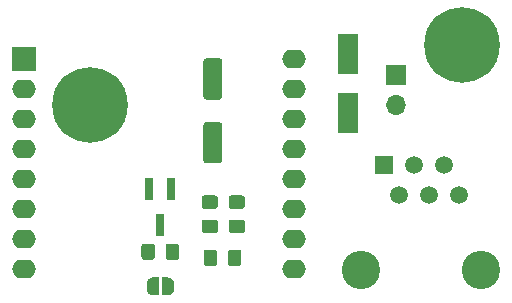
<source format=gbr>
%TF.GenerationSoftware,KiCad,Pcbnew,(5.1.9)-1*%
%TF.CreationDate,2021-10-26T11:54:14+02:00*%
%TF.ProjectId,DSMR-esp,44534d52-2d65-4737-902e-6b696361645f,rev?*%
%TF.SameCoordinates,Original*%
%TF.FileFunction,Soldermask,Top*%
%TF.FilePolarity,Negative*%
%FSLAX46Y46*%
G04 Gerber Fmt 4.6, Leading zero omitted, Abs format (unit mm)*
G04 Created by KiCad (PCBNEW (5.1.9)-1) date 2021-10-26 11:54:14*
%MOMM*%
%LPD*%
G01*
G04 APERTURE LIST*
%ADD10O,1.700000X1.700000*%
%ADD11R,1.700000X1.700000*%
%ADD12C,0.800000*%
%ADD13C,6.400000*%
%ADD14R,0.800000X1.900000*%
%ADD15R,1.800000X3.500000*%
%ADD16O,2.000000X1.600000*%
%ADD17R,2.000000X2.000000*%
%ADD18C,0.100000*%
%ADD19R,1.520000X1.520000*%
%ADD20C,3.250000*%
%ADD21C,1.520000*%
G04 APERTURE END LIST*
D10*
%TO.C,JP2*%
X61976000Y-37592000D03*
D11*
X61976000Y-35052000D03*
%TD*%
D12*
%TO.C,H2*%
X69261056Y-30814944D03*
X67564000Y-30112000D03*
X65866944Y-30814944D03*
X65164000Y-32512000D03*
X65866944Y-34209056D03*
X67564000Y-34912000D03*
X69261056Y-34209056D03*
X69964000Y-32512000D03*
D13*
X67564000Y-32512000D03*
%TD*%
D12*
%TO.C,H1*%
X37765056Y-35894944D03*
X36068000Y-35192000D03*
X34370944Y-35894944D03*
X33668000Y-37592000D03*
X34370944Y-39289056D03*
X36068000Y-39992000D03*
X37765056Y-39289056D03*
X38468000Y-37592000D03*
D13*
X36068000Y-37592000D03*
%TD*%
D14*
%TO.C,Q1*%
X42037000Y-47728000D03*
X41087000Y-44728000D03*
X42987000Y-44728000D03*
%TD*%
D15*
%TO.C,D1*%
X57912000Y-33314000D03*
X57912000Y-38314000D03*
%TD*%
%TO.C,R4*%
G36*
G01*
X46857500Y-50095999D02*
X46857500Y-50996001D01*
G75*
G02*
X46607501Y-51246000I-249999J0D01*
G01*
X45957499Y-51246000D01*
G75*
G02*
X45707500Y-50996001I0J249999D01*
G01*
X45707500Y-50095999D01*
G75*
G02*
X45957499Y-49846000I249999J0D01*
G01*
X46607501Y-49846000D01*
G75*
G02*
X46857500Y-50095999I0J-249999D01*
G01*
G37*
G36*
G01*
X48907500Y-50095999D02*
X48907500Y-50996001D01*
G75*
G02*
X48657501Y-51246000I-249999J0D01*
G01*
X48007499Y-51246000D01*
G75*
G02*
X47757500Y-50996001I0J249999D01*
G01*
X47757500Y-50095999D01*
G75*
G02*
X48007499Y-49846000I249999J0D01*
G01*
X48657501Y-49846000D01*
G75*
G02*
X48907500Y-50095999I0J-249999D01*
G01*
G37*
%TD*%
%TO.C,C1*%
G36*
G01*
X47032000Y-37150000D02*
X45932000Y-37150000D01*
G75*
G02*
X45682000Y-36900000I0J250000D01*
G01*
X45682000Y-33900000D01*
G75*
G02*
X45932000Y-33650000I250000J0D01*
G01*
X47032000Y-33650000D01*
G75*
G02*
X47282000Y-33900000I0J-250000D01*
G01*
X47282000Y-36900000D01*
G75*
G02*
X47032000Y-37150000I-250000J0D01*
G01*
G37*
G36*
G01*
X47032000Y-42550000D02*
X45932000Y-42550000D01*
G75*
G02*
X45682000Y-42300000I0J250000D01*
G01*
X45682000Y-39300000D01*
G75*
G02*
X45932000Y-39050000I250000J0D01*
G01*
X47032000Y-39050000D01*
G75*
G02*
X47282000Y-39300000I0J-250000D01*
G01*
X47282000Y-42300000D01*
G75*
G02*
X47032000Y-42550000I-250000J0D01*
G01*
G37*
%TD*%
D16*
%TO.C,U1*%
X53361000Y-33702000D03*
X53361000Y-36242000D03*
X53361000Y-38782000D03*
X53361000Y-41322000D03*
X53361000Y-43862000D03*
X53361000Y-46402000D03*
X53361000Y-48942000D03*
X53361000Y-51482000D03*
X30501000Y-51482000D03*
X30501000Y-48942000D03*
X30501000Y-46402000D03*
X30501000Y-43862000D03*
X30501000Y-41322000D03*
X30501000Y-38782000D03*
D17*
X30501000Y-33702000D03*
D16*
X30501000Y-36242000D03*
%TD*%
%TO.C,R3*%
G36*
G01*
X48063999Y-47313000D02*
X48964001Y-47313000D01*
G75*
G02*
X49214000Y-47562999I0J-249999D01*
G01*
X49214000Y-48213001D01*
G75*
G02*
X48964001Y-48463000I-249999J0D01*
G01*
X48063999Y-48463000D01*
G75*
G02*
X47814000Y-48213001I0J249999D01*
G01*
X47814000Y-47562999D01*
G75*
G02*
X48063999Y-47313000I249999J0D01*
G01*
G37*
G36*
G01*
X48063999Y-45263000D02*
X48964001Y-45263000D01*
G75*
G02*
X49214000Y-45512999I0J-249999D01*
G01*
X49214000Y-46163001D01*
G75*
G02*
X48964001Y-46413000I-249999J0D01*
G01*
X48063999Y-46413000D01*
G75*
G02*
X47814000Y-46163001I0J249999D01*
G01*
X47814000Y-45512999D01*
G75*
G02*
X48063999Y-45263000I249999J0D01*
G01*
G37*
%TD*%
%TO.C,R2*%
G36*
G01*
X45777999Y-47313000D02*
X46678001Y-47313000D01*
G75*
G02*
X46928000Y-47562999I0J-249999D01*
G01*
X46928000Y-48213001D01*
G75*
G02*
X46678001Y-48463000I-249999J0D01*
G01*
X45777999Y-48463000D01*
G75*
G02*
X45528000Y-48213001I0J249999D01*
G01*
X45528000Y-47562999D01*
G75*
G02*
X45777999Y-47313000I249999J0D01*
G01*
G37*
G36*
G01*
X45777999Y-45263000D02*
X46678001Y-45263000D01*
G75*
G02*
X46928000Y-45512999I0J-249999D01*
G01*
X46928000Y-46163001D01*
G75*
G02*
X46678001Y-46413000I-249999J0D01*
G01*
X45777999Y-46413000D01*
G75*
G02*
X45528000Y-46163001I0J249999D01*
G01*
X45528000Y-45512999D01*
G75*
G02*
X45777999Y-45263000I249999J0D01*
G01*
G37*
%TD*%
%TO.C,R1*%
G36*
G01*
X42487000Y-50488001D02*
X42487000Y-49587999D01*
G75*
G02*
X42736999Y-49338000I249999J0D01*
G01*
X43387001Y-49338000D01*
G75*
G02*
X43637000Y-49587999I0J-249999D01*
G01*
X43637000Y-50488001D01*
G75*
G02*
X43387001Y-50738000I-249999J0D01*
G01*
X42736999Y-50738000D01*
G75*
G02*
X42487000Y-50488001I0J249999D01*
G01*
G37*
G36*
G01*
X40437000Y-50488001D02*
X40437000Y-49587999D01*
G75*
G02*
X40686999Y-49338000I249999J0D01*
G01*
X41337001Y-49338000D01*
G75*
G02*
X41587000Y-49587999I0J-249999D01*
G01*
X41587000Y-50488001D01*
G75*
G02*
X41337001Y-50738000I-249999J0D01*
G01*
X40686999Y-50738000D01*
G75*
G02*
X40437000Y-50488001I0J249999D01*
G01*
G37*
%TD*%
D18*
%TO.C,JP1*%
G36*
X41887000Y-53709000D02*
G01*
X41387000Y-53709000D01*
X41387000Y-53708398D01*
X41362466Y-53708398D01*
X41313635Y-53703588D01*
X41265510Y-53694016D01*
X41218555Y-53679772D01*
X41173222Y-53660995D01*
X41129949Y-53637864D01*
X41089150Y-53610604D01*
X41051221Y-53579476D01*
X41016524Y-53544779D01*
X40985396Y-53506850D01*
X40958136Y-53466051D01*
X40935005Y-53422778D01*
X40916228Y-53377445D01*
X40901984Y-53330490D01*
X40892412Y-53282365D01*
X40887602Y-53233534D01*
X40887602Y-53209000D01*
X40887000Y-53209000D01*
X40887000Y-52709000D01*
X40887602Y-52709000D01*
X40887602Y-52684466D01*
X40892412Y-52635635D01*
X40901984Y-52587510D01*
X40916228Y-52540555D01*
X40935005Y-52495222D01*
X40958136Y-52451949D01*
X40985396Y-52411150D01*
X41016524Y-52373221D01*
X41051221Y-52338524D01*
X41089150Y-52307396D01*
X41129949Y-52280136D01*
X41173222Y-52257005D01*
X41218555Y-52238228D01*
X41265510Y-52223984D01*
X41313635Y-52214412D01*
X41362466Y-52209602D01*
X41387000Y-52209602D01*
X41387000Y-52209000D01*
X41887000Y-52209000D01*
X41887000Y-53709000D01*
G37*
G36*
X42687000Y-52209602D02*
G01*
X42711534Y-52209602D01*
X42760365Y-52214412D01*
X42808490Y-52223984D01*
X42855445Y-52238228D01*
X42900778Y-52257005D01*
X42944051Y-52280136D01*
X42984850Y-52307396D01*
X43022779Y-52338524D01*
X43057476Y-52373221D01*
X43088604Y-52411150D01*
X43115864Y-52451949D01*
X43138995Y-52495222D01*
X43157772Y-52540555D01*
X43172016Y-52587510D01*
X43181588Y-52635635D01*
X43186398Y-52684466D01*
X43186398Y-52709000D01*
X43187000Y-52709000D01*
X43187000Y-53209000D01*
X43186398Y-53209000D01*
X43186398Y-53233534D01*
X43181588Y-53282365D01*
X43172016Y-53330490D01*
X43157772Y-53377445D01*
X43138995Y-53422778D01*
X43115864Y-53466051D01*
X43088604Y-53506850D01*
X43057476Y-53544779D01*
X43022779Y-53579476D01*
X42984850Y-53610604D01*
X42944051Y-53637864D01*
X42900778Y-53660995D01*
X42855445Y-53679772D01*
X42808490Y-53694016D01*
X42760365Y-53703588D01*
X42711534Y-53708398D01*
X42687000Y-53708398D01*
X42687000Y-53709000D01*
X42187000Y-53709000D01*
X42187000Y-52209000D01*
X42687000Y-52209000D01*
X42687000Y-52209602D01*
G37*
%TD*%
D19*
%TO.C,J1*%
X60960000Y-42672000D03*
D20*
X59050000Y-51562000D03*
D21*
X62230000Y-45212000D03*
X63500000Y-42672000D03*
X64770000Y-45212000D03*
X66040000Y-42672000D03*
X67310000Y-45212000D03*
D20*
X69210000Y-51562000D03*
%TD*%
M02*

</source>
